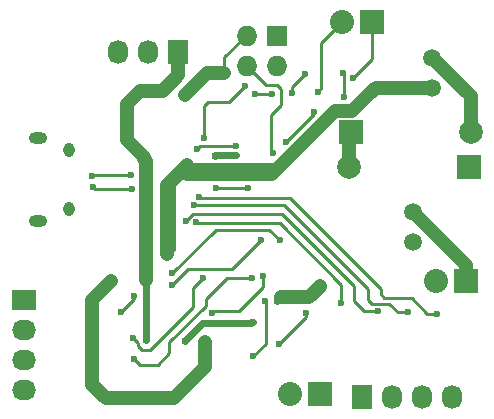
<source format=gbr>
G04 #@! TF.FileFunction,Copper,L2,Bot,Signal*
%FSLAX46Y46*%
G04 Gerber Fmt 4.6, Leading zero omitted, Abs format (unit mm)*
G04 Created by KiCad (PCBNEW (2015-08-05 BZR 6055, Git fa29c62)-product) date 28/09/2015 12:51:56 PM*
%MOMM*%
G01*
G04 APERTURE LIST*
%ADD10C,0.100000*%
%ADD11C,1.501140*%
%ADD12C,1.998980*%
%ADD13R,1.998980X1.998980*%
%ADD14R,2.032000X1.727200*%
%ADD15O,2.032000X1.727200*%
%ADD16O,0.950000X1.250000*%
%ADD17O,1.550000X1.000000*%
%ADD18R,1.727200X2.032000*%
%ADD19O,1.727200X2.032000*%
%ADD20R,1.727200X1.727200*%
%ADD21O,1.727200X1.727200*%
%ADD22R,2.032000X2.032000*%
%ADD23O,2.032000X2.032000*%
%ADD24C,0.600000*%
%ADD25C,1.160000*%
%ADD26C,0.580000*%
%ADD27C,0.254000*%
G04 APERTURE END LIST*
D10*
D11*
X70855840Y-128137920D03*
X70855840Y-125597920D03*
X69230240Y-141175740D03*
X69230240Y-138635740D03*
D12*
X63820040Y-134800340D03*
D13*
X73980040Y-134800340D03*
D12*
X74117200Y-131899660D03*
D13*
X63957200Y-131899660D03*
D14*
X36258500Y-146100800D03*
D15*
X36258500Y-148640800D03*
X36258500Y-151180800D03*
X36258500Y-153720800D03*
D16*
X40127360Y-133399260D03*
X40127360Y-138399260D03*
D17*
X37427360Y-132399260D03*
X37427360Y-139399260D03*
D18*
X64861440Y-154310080D03*
D19*
X67401440Y-154310080D03*
X69941440Y-154310080D03*
X72481440Y-154310080D03*
D20*
X57718960Y-123718320D03*
D21*
X57718960Y-126258320D03*
X55178960Y-123718320D03*
X55178960Y-126258320D03*
D18*
X49342040Y-125089920D03*
D19*
X46802040Y-125089920D03*
X44262040Y-125089920D03*
D22*
X61328300Y-154012900D03*
D23*
X58788300Y-154012900D03*
D22*
X73741280Y-144505680D03*
D23*
X71201280Y-144505680D03*
D22*
X65714880Y-122570240D03*
D23*
X63174880Y-122570240D03*
D24*
X49890680Y-149565360D03*
X55636160Y-147949920D03*
X46583600Y-149489160D03*
X46431200Y-134172960D03*
X53213000Y-126862840D03*
X49946560Y-128727200D03*
X63261240Y-126908560D03*
X63362840Y-128930400D03*
X51450240Y-144231360D03*
X45496480Y-149270720D03*
X54218840Y-133852920D03*
X52466240Y-133868160D03*
X55544720Y-144200880D03*
X45577760Y-151079200D03*
X48381920Y-142179040D03*
X51628040Y-149618700D03*
X43665140Y-144449800D03*
X65603120Y-128579880D03*
X57708800Y-146177000D03*
X61305440Y-144912080D03*
X56306720Y-141046200D03*
X48823880Y-144795240D03*
X55707280Y-150850600D03*
X56687720Y-146212560D03*
X55859680Y-128635760D03*
X57246520Y-128625600D03*
X58968640Y-128595120D03*
X60071000Y-126959360D03*
X60858400Y-130210560D03*
X58440320Y-132730240D03*
X54193440Y-133014720D03*
X50942240Y-133278880D03*
X45326300Y-135536940D03*
X42057320Y-135559800D03*
X45453300Y-136692640D03*
X42092880Y-136486900D03*
X71241920Y-147243800D03*
X51099720Y-137353040D03*
X68813680Y-147106640D03*
X50678080Y-138054080D03*
X66212720Y-147050760D03*
X49982120Y-139420600D03*
X63113920Y-146324320D03*
X50881280Y-139476480D03*
X51551840Y-132344160D03*
X55011320Y-127955040D03*
X57383680Y-133664960D03*
X55265320Y-136585960D03*
X52491640Y-136652000D03*
X56509920Y-144028160D03*
X52202080Y-147177760D03*
X57952640Y-141041120D03*
X48828960Y-143804640D03*
X45557440Y-145796000D03*
X44500800Y-147096480D03*
X64119760Y-127284480D03*
X61132720Y-128452880D03*
X60192920Y-147203160D03*
X57876440Y-149839680D03*
D25*
X46583600Y-144424400D02*
X46583600Y-134325360D01*
X46583600Y-134325360D02*
X46431200Y-134172960D01*
X49342040Y-125089920D02*
X49342040Y-127086360D01*
X49342040Y-127086360D02*
X48061880Y-128366520D01*
X48061880Y-128366520D02*
X46126400Y-128366520D01*
X46126400Y-128366520D02*
X45029120Y-129463800D01*
X45029120Y-129463800D02*
X45029120Y-132557520D01*
X45029120Y-132557520D02*
X46431200Y-133959600D01*
X46431200Y-133959600D02*
X46431200Y-134172960D01*
D26*
X49890680Y-149565360D02*
X51384200Y-148071840D01*
X51384200Y-148071840D02*
X55514240Y-148071840D01*
X55514240Y-148071840D02*
X55636160Y-147949920D01*
D27*
X55514240Y-148071840D02*
X51384200Y-148071840D01*
X55636160Y-147949920D02*
X55514240Y-148071840D01*
D26*
X46431200Y-134172960D02*
X46431200Y-133959600D01*
X48061880Y-128366520D02*
X49342040Y-127086360D01*
X46126400Y-128366520D02*
X48061880Y-128366520D01*
X45029120Y-129463800D02*
X46126400Y-128366520D01*
X45029120Y-132557520D02*
X45029120Y-129463800D01*
X46431200Y-133959600D02*
X45029120Y-132557520D01*
X46583600Y-144424400D02*
X46583600Y-149489160D01*
X46431200Y-134172960D02*
X46583600Y-134325360D01*
D27*
X53213000Y-126862840D02*
X53213000Y-125547120D01*
X53213000Y-125547120D02*
X55041800Y-123718320D01*
X55041800Y-123718320D02*
X55178960Y-123718320D01*
D25*
X51810920Y-126862840D02*
X53213000Y-126862840D01*
X49946560Y-128727200D02*
X51810920Y-126862840D01*
D27*
X63362840Y-127010160D02*
X63362840Y-128930400D01*
X63261240Y-126908560D02*
X63362840Y-127010160D01*
X50596800Y-145084800D02*
X51450240Y-144231360D01*
X50596800Y-146690080D02*
X50596800Y-145084800D01*
X46959520Y-150327360D02*
X50596800Y-146690080D01*
X46248320Y-150327360D02*
X46959520Y-150327360D01*
X45943520Y-150022560D02*
X46248320Y-150327360D01*
X45943520Y-149717760D02*
X45943520Y-150022560D01*
X45496480Y-149270720D02*
X45943520Y-149717760D01*
D26*
X52481480Y-133852920D02*
X54218840Y-133852920D01*
X52466240Y-133868160D02*
X52481480Y-133852920D01*
D27*
X53492400Y-144200880D02*
X55544720Y-144200880D01*
X51673760Y-146019520D02*
X53492400Y-144200880D01*
X51673760Y-146588480D02*
X51673760Y-146019520D01*
X48585120Y-149677120D02*
X51673760Y-146588480D01*
X48585120Y-150591520D02*
X48585120Y-149677120D01*
X47589440Y-151587200D02*
X48585120Y-150591520D01*
X46085760Y-151587200D02*
X47589440Y-151587200D01*
X45577760Y-151079200D02*
X46085760Y-151587200D01*
D25*
X74117200Y-131899660D02*
X74117200Y-128859280D01*
X74117200Y-128859280D02*
X70855840Y-125597920D01*
X50068480Y-134701280D02*
X50068480Y-135397240D01*
X50078640Y-135407400D02*
X51120040Y-135407400D01*
X50068480Y-135397240D02*
X50078640Y-135407400D01*
X48381920Y-142179040D02*
X48381920Y-136387840D01*
X57297320Y-135407400D02*
X62585600Y-130119120D01*
X51120040Y-135407400D02*
X57297320Y-135407400D01*
X48381920Y-136387840D02*
X50068480Y-134701280D01*
X62585600Y-130119120D02*
X64063880Y-130119120D01*
D26*
X48381920Y-142179040D02*
X48768000Y-141792960D01*
X48768000Y-141792960D02*
X48768000Y-136387840D01*
X48768000Y-136387840D02*
X50434240Y-134721600D01*
X50434240Y-134721600D02*
X57972960Y-134721600D01*
X57972960Y-134721600D02*
X57983120Y-134721600D01*
X57983120Y-134721600D02*
X61501020Y-131203700D01*
X61501020Y-131203700D02*
X62585600Y-130119120D01*
X62585600Y-130119120D02*
X63809880Y-130119120D01*
X63809880Y-130119120D02*
X64063880Y-130119120D01*
D25*
X51628040Y-151770080D02*
X51628040Y-149618700D01*
X49001680Y-154396440D02*
X51628040Y-151770080D01*
X43190160Y-154396440D02*
X49001680Y-154396440D01*
X42044620Y-153250900D02*
X43190160Y-154396440D01*
X42044620Y-146070320D02*
X42044620Y-153250900D01*
X43665140Y-144449800D02*
X42044620Y-146070320D01*
X64063880Y-130119120D02*
X65603120Y-128579880D01*
X66045080Y-128137920D02*
X65603120Y-128579880D01*
D27*
X66045080Y-128137920D02*
X65603120Y-128579880D01*
D26*
X64063880Y-130119120D02*
X65603120Y-128579880D01*
D25*
X61305440Y-144988280D02*
X61305440Y-144912080D01*
X60431680Y-145862040D02*
X61305440Y-144988280D01*
X58023760Y-145862040D02*
X60431680Y-145862040D01*
D26*
X57708800Y-146177000D02*
X58023760Y-145862040D01*
D25*
X70855840Y-128137920D02*
X66045080Y-128137920D01*
X73741280Y-144505680D02*
X73741280Y-143146780D01*
X73741280Y-143146780D02*
X69230240Y-138635740D01*
D26*
X73741280Y-143146780D02*
X69230240Y-138635740D01*
D25*
X63820040Y-134800340D02*
X63820040Y-132036820D01*
X63820040Y-132036820D02*
X63957200Y-131899660D01*
D27*
X53868320Y-143484600D02*
X56306720Y-141046200D01*
X50134520Y-143484600D02*
X53868320Y-143484600D01*
X48823880Y-144795240D02*
X50134520Y-143484600D01*
X56769000Y-149788880D02*
X55707280Y-150850600D01*
X56769000Y-146293840D02*
X56769000Y-149788880D01*
X56687720Y-146212560D02*
X56769000Y-146293840D01*
X57236360Y-128635760D02*
X55859680Y-128635760D01*
X57246520Y-128625600D02*
X57236360Y-128635760D01*
X58968640Y-128061720D02*
X58968640Y-128595120D01*
X60071000Y-126959360D02*
X58968640Y-128061720D01*
X60858400Y-130312160D02*
X60858400Y-130210560D01*
X58440320Y-132730240D02*
X60858400Y-130312160D01*
X51206400Y-133014720D02*
X54193440Y-133014720D01*
X50942240Y-133278880D02*
X51206400Y-133014720D01*
X42080180Y-135536940D02*
X45326300Y-135536940D01*
X42057320Y-135559800D02*
X42080180Y-135536940D01*
X42298620Y-136692640D02*
X45453300Y-136692640D01*
X42092880Y-136486900D02*
X42298620Y-136692640D01*
X70434200Y-147243800D02*
X71241920Y-147243800D01*
X69093080Y-145902680D02*
X70434200Y-147243800D01*
X66771520Y-145902680D02*
X69093080Y-145902680D01*
X66492120Y-145623280D02*
X66771520Y-145902680D01*
X66492120Y-145150840D02*
X66492120Y-145623280D01*
X58806080Y-137464800D02*
X66492120Y-145150840D01*
X51211480Y-137464800D02*
X58806080Y-137464800D01*
X51099720Y-137353040D02*
X51211480Y-137464800D01*
X67919600Y-147106640D02*
X68813680Y-147106640D01*
X67218560Y-146405600D02*
X67919600Y-147106640D01*
X65735200Y-146405600D02*
X67218560Y-146405600D01*
X65405000Y-146075400D02*
X65735200Y-146405600D01*
X65405000Y-145125440D02*
X65405000Y-146075400D01*
X58303160Y-138023600D02*
X65405000Y-145125440D01*
X50708560Y-138023600D02*
X58303160Y-138023600D01*
X50678080Y-138054080D02*
X50708560Y-138023600D01*
X65039240Y-147050760D02*
X66212720Y-147050760D01*
X64201040Y-146212560D02*
X65039240Y-147050760D01*
X64201040Y-144896840D02*
X64201040Y-146212560D01*
X58084720Y-138780520D02*
X64201040Y-144896840D01*
X50622200Y-138780520D02*
X58084720Y-138780520D01*
X49982120Y-139420600D02*
X50622200Y-138780520D01*
X63113920Y-144790160D02*
X63113920Y-146324320D01*
X57912000Y-139588240D02*
X63113920Y-144790160D01*
X50993040Y-139588240D02*
X57912000Y-139588240D01*
X50881280Y-139476480D02*
X50993040Y-139588240D01*
X51551840Y-129682240D02*
X51551840Y-132344160D01*
X51876960Y-129357120D02*
X51551840Y-129682240D01*
X53609240Y-129357120D02*
X51876960Y-129357120D01*
X55011320Y-127955040D02*
X53609240Y-129357120D01*
X58216800Y-126756160D02*
X57718960Y-126258320D01*
X56774080Y-127853440D02*
X55178960Y-126258320D01*
X57663080Y-127853440D02*
X56774080Y-127853440D01*
X58054240Y-128244600D02*
X57663080Y-127853440D01*
X58054240Y-129590800D02*
X58054240Y-128244600D01*
X57216040Y-130429000D02*
X58054240Y-129590800D01*
X57216040Y-133497320D02*
X57216040Y-130429000D01*
X57383680Y-133664960D02*
X57216040Y-133497320D01*
X52557680Y-136585960D02*
X55265320Y-136585960D01*
X52491640Y-136652000D02*
X52557680Y-136585960D01*
X56509920Y-144962880D02*
X56509920Y-144028160D01*
X54457600Y-147015200D02*
X56509920Y-144962880D01*
X52364640Y-147015200D02*
X54457600Y-147015200D01*
X52202080Y-147177760D02*
X52364640Y-147015200D01*
X57038240Y-140126720D02*
X57952640Y-141041120D01*
X52506880Y-140126720D02*
X57038240Y-140126720D01*
X48828960Y-143804640D02*
X52506880Y-140126720D01*
X45557440Y-146039840D02*
X45557440Y-145796000D01*
X44500800Y-147096480D02*
X45557440Y-146039840D01*
X65714880Y-125689360D02*
X65714880Y-122570240D01*
X64119760Y-127284480D02*
X65714880Y-125689360D01*
X61427360Y-124317760D02*
X63174880Y-122570240D01*
X61427360Y-128158240D02*
X61427360Y-124317760D01*
X61132720Y-128452880D02*
X61427360Y-128158240D01*
X60192920Y-147523200D02*
X60192920Y-147203160D01*
X57876440Y-149839680D02*
X60192920Y-147523200D01*
M02*

</source>
